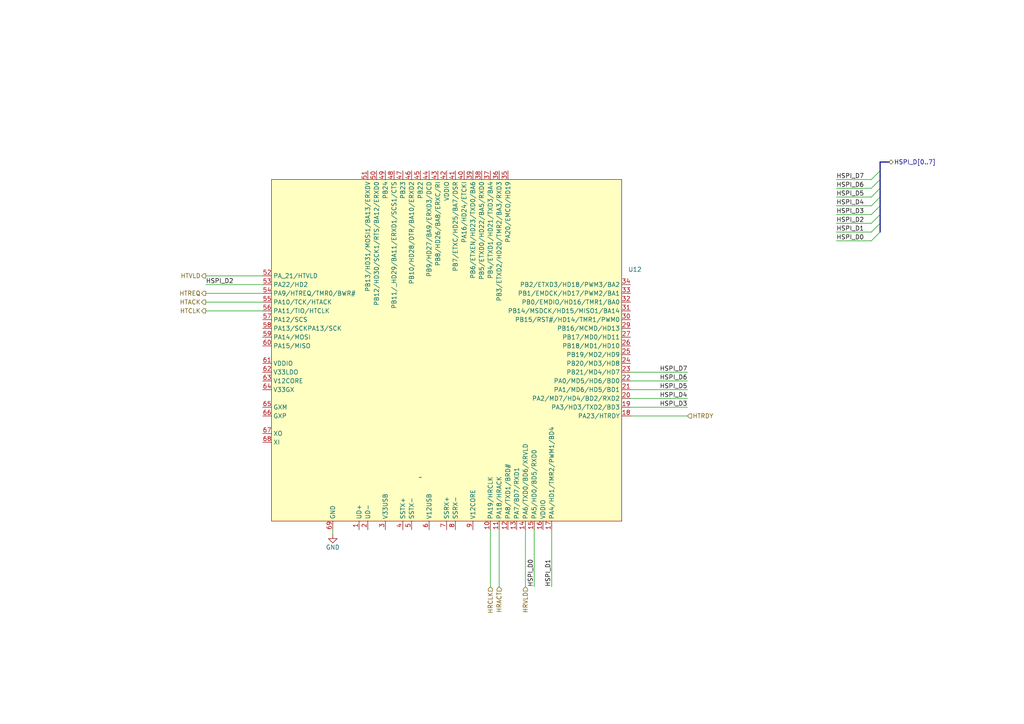
<source format=kicad_sch>
(kicad_sch (version 20230819) (generator eeschema)
  (paper "A4")
  (lib_symbols
    (symbol "CH56x:CH569W"
      (property "Reference" "U" (at 0 0 0))
      (symbol "CH569W_1_1"
        (rectangle (start -53.34 50.8) (end 48.26 -48.26) (fill (type background)))
        (pin bidirectional line (at -27.94 -50.8 90) (length 2.54) (name "UD+") (number "1"))
        (pin bidirectional line (at 10.16 -50.8 90) (length 2.54) (name "PA19/HRCLK") (number "10"))
        (pin bidirectional line (at 12.7 -50.8 90) (length 2.54) (name "PA18/HRACK") (number "11"))
        (pin bidirectional line (at 15.24 -50.8 90) (length 2.54) (name "PA8/TXD1/BRD#") (number "12"))
        (pin bidirectional line (at 17.78 -50.8 90) (length 2.54) (name "PA7/BD7/RXD1") (number "13"))
        (pin bidirectional line (at 20.32 -50.8 90) (length 2.54) (name "PA6/TXD0/BD6/XRVLD") (number "14"))
        (pin bidirectional line (at 22.86 -50.8 90) (length 2.54) (name "PA5/HD0/BD5/RXD0") (number "15"))
        (pin power_in line (at 25.4 -50.8 90) (length 2.54) (name "VDDIO") (number "16"))
        (pin bidirectional line (at 27.94 -50.8 90) (length 2.54) (name "PA4/HD1/TMR2/PWM1/BD4") (number "17"))
        (pin bidirectional line (at 50.8 -17.78 180) (length 2.54) (name "PA23/HTRDY") (number "18"))
        (pin bidirectional line (at 50.8 -15.24 180) (length 2.54) (name "PA3/HD3/TXD2/BD3") (number "19"))
        (pin bidirectional line (at -25.4 -50.8 90) (length 2.54) (name "UD-") (number "2"))
        (pin bidirectional line (at 50.8 -12.7 180) (length 2.54) (name "PA2/MD7/HD4/BD2/RXD2") (number "20"))
        (pin bidirectional line (at 50.8 -10.16 180) (length 2.54) (name "PA1/MD6/HD5/BD1") (number "21"))
        (pin bidirectional line (at 50.8 -7.62 180) (length 2.54) (name "PA0/MD5/HD6/BD0") (number "22"))
        (pin bidirectional line (at 50.8 -5.08 180) (length 2.54) (name "PB21/MD4/HD7") (number "23"))
        (pin bidirectional line (at 50.8 -2.54 180) (length 2.54) (name "PB20/MD3/HD8") (number "24"))
        (pin bidirectional line (at 50.8 0 180) (length 2.54) (name "PB19/MD2/HD9") (number "25"))
        (pin bidirectional line (at 50.8 2.54 180) (length 2.54) (name "PB18/MD1/HD10") (number "26"))
        (pin bidirectional line (at 50.8 5.08 180) (length 2.54) (name "PB17/MD0/HD11") (number "27"))
        (pin bidirectional line (at 50.8 7.62 180) (length 2.54) (name "PB16/MCMD/HD13") (number "29"))
        (pin power_in line (at -20.32 -50.8 90) (length 2.54) (name "V33USB") (number "3"))
        (pin bidirectional line (at 50.8 10.16 180) (length 2.54) (name "PB15/RST#/HD14/TMR1/PWM0") (number "30"))
        (pin bidirectional line (at 50.8 12.7 180) (length 2.54) (name "PB14/MSDCK/HD15/MISO1/BA14") (number "31"))
        (pin bidirectional line (at 50.8 15.24 180) (length 2.54) (name "PB0/EMDIO/HD16/TMR1/BA0") (number "32"))
        (pin bidirectional line (at 50.8 17.78 180) (length 2.54) (name "PB1/EMDCK/HD17/PWM2/BA1") (number "33"))
        (pin bidirectional line (at 50.8 20.32 180) (length 2.54) (name "PB2/ETXD3/HD18/PWM3/BA2") (number "34"))
        (pin bidirectional line (at 15.24 53.34 270) (length 2.54) (name "PA20/EMCO/HD19") (number "35"))
        (pin bidirectional line (at 12.7 53.34 270) (length 2.54) (name "PB3/ETXD2/HD20/TMR2/BA3/RXD3") (number "36"))
        (pin bidirectional line (at 10.16 53.34 270) (length 2.54) (name "PB4/ETXD1/HD21/TXD3/BA4") (number "37"))
        (pin bidirectional line (at 7.62 53.34 270) (length 2.54) (name "PB5/ETXD0/HD22/BA5/RXD0") (number "38"))
        (pin bidirectional line (at 5.08 53.34 270) (length 2.54) (name "PB6/ETXEN/HD23/TXD0/BA6") (number "39"))
        (pin bidirectional line (at -15.24 -50.8 90) (length 2.54) (name "SSTX+") (number "4"))
        (pin bidirectional line (at 2.54 53.34 270) (length 2.54) (name "PA16/HD24/ETCKI") (number "40"))
        (pin bidirectional line (at 0 53.34 270) (length 2.54) (name "PB7/ETXC/HD25/BA7/DSR") (number "41"))
        (pin power_in line (at -2.54 53.34 270) (length 2.54) (name "VDDIO") (number "42"))
        (pin bidirectional line (at -5.08 53.34 270) (length 2.54) (name "PB8/HD26/BA8/ERXC/RI") (number "43"))
        (pin bidirectional line (at -7.62 53.34 270) (length 2.54) (name "PB9/HD27/BA9/ERXD3/DCD") (number "44"))
        (pin bidirectional line (at -10.16 53.34 270) (length 2.54) (name "PB22") (number "45"))
        (pin bidirectional line (at -12.7 53.34 270) (length 2.54) (name "PB10/HD28/DTR/BA10/ERXD2") (number "46"))
        (pin bidirectional line (at -15.24 53.34 270) (length 2.54) (name "PB23") (number "47"))
        (pin bidirectional line (at -17.78 53.34 270) (length 2.54) (name "PB11/_HD29/BA11/ERXD1/SCS1/CTS") (number "48"))
        (pin bidirectional line (at -20.32 53.34 270) (length 2.54) (name "PB24") (number "49"))
        (pin bidirectional line (at -12.7 -50.8 90) (length 2.54) (name "SSTX-") (number "5"))
        (pin bidirectional line (at -22.86 53.34 270) (length 2.54) (name "PB12/HD30/SCK1/RTS/BA12/ERXD0") (number "50"))
        (pin bidirectional line (at -25.4 53.34 270) (length 2.54) (name "PB13/HD31/MOSI1/BA13/ERXDV") (number "51"))
        (pin bidirectional line (at -55.88 22.86 0) (length 2.54) (name "PA_21/HTVLD") (number "52"))
        (pin bidirectional line (at -55.88 20.32 0) (length 2.54) (name "PA22/HD2") (number "53"))
        (pin bidirectional line (at -55.88 17.78 0) (length 2.54) (name "PA9/HTREQ/TMR0/BWR#") (number "54"))
        (pin bidirectional line (at -55.88 15.24 0) (length 2.54) (name "PA10/TCK/HTACK") (number "55"))
        (pin bidirectional line (at -55.88 12.7 0) (length 2.54) (name "PA11/TIO/HTCLK") (number "56"))
        (pin bidirectional line (at -55.88 10.16 0) (length 2.54) (name "PA12/SCS") (number "57"))
        (pin bidirectional line (at -55.88 7.62 0) (length 2.54) (name "PA13/SCKPA13/SCK") (number "58"))
        (pin bidirectional line (at -55.88 5.08 0) (length 2.54) (name "PA14/MOSI") (number "59"))
        (pin power_in line (at -7.62 -50.8 90) (length 2.54) (name "V12USB") (number "6"))
        (pin bidirectional line (at -55.88 2.54 0) (length 2.54) (name "PA15/MISO") (number "60"))
        (pin power_in line (at -55.88 -2.54 0) (length 2.54) (name "VDDIO") (number "61"))
        (pin power_in line (at -55.88 -5.08 0) (length 2.54) (name "V33LDO") (number "62"))
        (pin power_in line (at -55.88 -7.62 0) (length 2.54) (name "V12CORE") (number "63"))
        (pin bidirectional line (at -55.88 -10.16 0) (length 2.54) (name "V33GX") (number "64"))
        (pin bidirectional line (at -55.88 -15.24 0) (length 2.54) (name "GXM") (number "65"))
        (pin bidirectional line (at -55.88 -17.78 0) (length 2.54) (name "GXP") (number "66"))
        (pin bidirectional line (at -55.88 -22.86 0) (length 2.54) (name "XO") (number "67"))
        (pin bidirectional line (at -55.88 -25.4 0) (length 2.54) (name "XI") (number "68"))
        (pin power_in line (at -35.56 -50.8 90) (length 2.54) (name "GND") (number "69"))
        (pin bidirectional line (at -2.54 -50.8 90) (length 2.54) (name "SSRX+") (number "7"))
        (pin bidirectional line (at 0 -50.8 90) (length 2.54) (name "SSRX-") (number "8"))
        (pin power_in line (at 5.08 -50.8 90) (length 2.54) (name "V12CORE") (number "9"))
      )
    )
    (symbol "power:GND" (power) (pin_names (offset 0))
      (property "Value" "GND" (at 0 -3.81 0))
      (symbol "GND_0_1"
        (polyline (pts (xy 0 0) (xy 0 -1.27) (xy 1.27 -1.27) (xy 0 -2.54) (xy -1.27 -1.27) (xy 0 -1.27)))
      )
      (symbol "GND_1_1"
        (pin power_in line (at 0 0 270) (length 0) hide (name "GND") (number "1"))
      )
    )
  )
  (bus_entry (at 252.73 67.31) (size 2.54 -2.54))
  (bus_entry (at 252.73 52.07) (size 2.54 -2.54))
  (bus_entry (at 252.73 64.77) (size 2.54 -2.54))
  (bus_entry (at 252.73 62.23) (size 2.54 -2.54))
  (bus_entry (at 252.73 59.69) (size 2.54 -2.54))
  (bus_entry (at 252.73 69.85) (size 2.54 -2.54))
  (bus_entry (at 252.73 57.15) (size 2.54 -2.54))
  (bus_entry (at 252.73 54.61) (size 2.54 -2.54))
  (wire (pts (xy 252.73 64.77) (xy 242.57 64.77)))
  (wire (pts (xy 182.88 113.03) (xy 199.39 113.03)))
  (wire (pts (xy 76.2 90.17) (xy 59.69 90.17)))
  (bus (pts (xy 255.27 49.53) (xy 255.27 52.07)))
  (bus (pts (xy 255.27 59.69) (xy 255.27 62.23)))
  (wire (pts (xy 76.2 80.01) (xy 59.69 80.01)))
  (wire (pts (xy 144.78 153.67) (xy 144.78 170.18)))
  (wire (pts (xy 182.88 118.11) (xy 199.39 118.11)))
  (bus (pts (xy 255.27 57.15) (xy 255.27 59.69)))
  (wire (pts (xy 96.52 154.94) (xy 96.52 153.67)))
  (wire (pts (xy 160.02 153.67) (xy 160.02 170.18)))
  (wire (pts (xy 182.88 120.65) (xy 199.39 120.65)))
  (wire (pts (xy 76.2 85.09) (xy 59.69 85.09)))
  (wire (pts (xy 76.2 87.63) (xy 59.69 87.63)))
  (bus (pts (xy 255.27 62.23) (xy 255.27 64.77)))
  (wire (pts (xy 252.73 52.07) (xy 242.57 52.07)))
  (wire (pts (xy 252.73 69.85) (xy 242.57 69.85)))
  (wire (pts (xy 76.2 82.55) (xy 59.69 82.55)))
  (wire (pts (xy 252.73 67.31) (xy 242.57 67.31)))
  (wire (pts (xy 152.4 153.67) (xy 152.4 170.18)))
  (bus (pts (xy 255.27 52.07) (xy 255.27 54.61)))
  (bus (pts (xy 255.27 64.77) (xy 255.27 67.31)))
  (wire (pts (xy 252.73 62.23) (xy 242.57 62.23)))
  (wire (pts (xy 154.94 153.67) (xy 154.94 170.18)))
  (wire (pts (xy 182.88 110.49) (xy 199.39 110.49)))
  (bus (pts (xy 255.27 54.61) (xy 255.27 57.15)))
  (wire (pts (xy 142.24 153.67) (xy 142.24 170.18)))
  (bus (pts (xy 255.27 46.99) (xy 255.27 49.53)))
  (wire (pts (xy 252.73 57.15) (xy 242.57 57.15)))
  (wire (pts (xy 252.73 59.69) (xy 242.57 59.69)))
  (wire (pts (xy 182.88 107.95) (xy 199.39 107.95)))
  (wire (pts (xy 252.73 54.61) (xy 242.57 54.61)))
  (wire (pts (xy 182.88 115.57) (xy 199.39 115.57)))
  (bus (pts (xy 257.81 46.99) (xy 255.27 46.99)))
  (label "HSPI_D0" (at 242.57 69.85 0))
  (label "HSPI_D6" (at 242.57 54.61 0))
  (label "HSPI_D0" (at 154.94 170.18 90))
  (label "HSPI_D2" (at 242.57 64.77 0))
  (label "HSPI_D5" (at 199.39 113.03 180))
  (label "HSPI_D3" (at 199.39 118.11 180))
  (label "HSPI_D5" (at 242.57 57.15 0))
  (label "HSPI_D1" (at 242.57 67.31 0))
  (label "HSPI_D7" (at 242.57 52.07 0))
  (label "HSPI_D4" (at 199.39 115.57 180))
  (label "HSPI_D3" (at 242.57 62.23 0))
  (label "HSPI_D7" (at 199.39 107.95 180))
  (label "HSPI_D6" (at 199.39 110.49 180))
  (label "HSPI_D2" (at 59.69 82.55 0))
  (label "HSPI_D4" (at 242.57 59.69 0))
  (label "HSPI_D1" (at 160.02 170.18 90))
  (hierarchical_label "HTREQ" (shape output) (at 59.69 85.09 180))
  (hierarchical_label "HRCLK" (shape input) (at 142.24 170.18 270))
  (hierarchical_label "HSPI_D[0..7]" (shape bidirectional) (at 257.81 46.99 0))
  (hierarchical_label "HTACK" (shape output) (at 59.69 87.63 180))
  (hierarchical_label "HRACT" (shape input) (at 144.78 170.18 270))
  (hierarchical_label "HTRDY" (shape input) (at 199.39 120.65 0))
  (hierarchical_label "HTVLD" (shape output) (at 59.69 80.01 180))
  (hierarchical_label "HTCLK" (shape output) (at 59.69 90.17 180))
  (hierarchical_label "HRVLD" (shape input) (at 152.4 170.18 270))
  (symbol (lib_id "power:GND") (at 96.52 154.94 0) (unit 1)
    (property "Reference" "#PWR065" (effects hide))
    (property "Value" "GND" (at 96.52 158.75 0))
    (property "Description" "Power symbol creates a global label with name \"GND\" , ground" (effects hide))
  )
  (symbol (lib_id "CH56x:CH569W") (at 132.08 102.87 0) (unit 1)
    (property "Reference" "U12" (at 184.15 78.1618 0))
    (property "Value" "~" (at 121.92 138.43 0))
    (property "Footprint" "smd:QFN-68_EP_8x8_Pitch0.4mm" (effects hide))
  )
)
</source>
